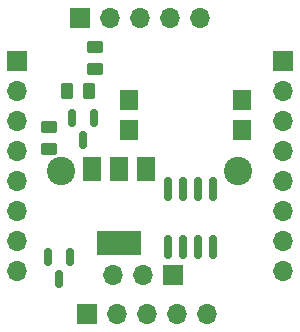
<source format=gbs>
G04 #@! TF.GenerationSoftware,KiCad,Pcbnew,(6.0.11)*
G04 #@! TF.CreationDate,2023-12-04T17:04:48+01:00*
G04 #@! TF.ProjectId,PCB_Dongle_Linky,5043425f-446f-46e6-976c-655f4c696e6b,rev?*
G04 #@! TF.SameCoordinates,Original*
G04 #@! TF.FileFunction,Soldermask,Bot*
G04 #@! TF.FilePolarity,Negative*
%FSLAX46Y46*%
G04 Gerber Fmt 4.6, Leading zero omitted, Abs format (unit mm)*
G04 Created by KiCad (PCBNEW (6.0.11)) date 2023-12-04 17:04:48*
%MOMM*%
%LPD*%
G01*
G04 APERTURE LIST*
G04 Aperture macros list*
%AMRoundRect*
0 Rectangle with rounded corners*
0 $1 Rounding radius*
0 $2 $3 $4 $5 $6 $7 $8 $9 X,Y pos of 4 corners*
0 Add a 4 corners polygon primitive as box body*
4,1,4,$2,$3,$4,$5,$6,$7,$8,$9,$2,$3,0*
0 Add four circle primitives for the rounded corners*
1,1,$1+$1,$2,$3*
1,1,$1+$1,$4,$5*
1,1,$1+$1,$6,$7*
1,1,$1+$1,$8,$9*
0 Add four rect primitives between the rounded corners*
20,1,$1+$1,$2,$3,$4,$5,0*
20,1,$1+$1,$4,$5,$6,$7,0*
20,1,$1+$1,$6,$7,$8,$9,0*
20,1,$1+$1,$8,$9,$2,$3,0*%
G04 Aperture macros list end*
%ADD10R,1.700000X1.700000*%
%ADD11O,1.700000X1.700000*%
%ADD12C,2.400000*%
%ADD13R,1.500000X1.780000*%
%ADD14RoundRect,0.150000X-0.150000X0.587500X-0.150000X-0.587500X0.150000X-0.587500X0.150000X0.587500X0*%
%ADD15RoundRect,0.250000X-0.450000X0.262500X-0.450000X-0.262500X0.450000X-0.262500X0.450000X0.262500X0*%
%ADD16R,1.500000X2.000000*%
%ADD17R,3.800000X2.000000*%
%ADD18RoundRect,0.250000X0.262500X0.450000X-0.262500X0.450000X-0.262500X-0.450000X0.262500X-0.450000X0*%
%ADD19RoundRect,0.150000X0.150000X-0.825000X0.150000X0.825000X-0.150000X0.825000X-0.150000X-0.825000X0*%
G04 APERTURE END LIST*
D10*
G04 #@! TO.C,J0*
X25275000Y-104400000D03*
D11*
X27815000Y-104400000D03*
X30355000Y-104400000D03*
X32895000Y-104400000D03*
X35435000Y-104400000D03*
G04 #@! TD*
D10*
G04 #@! TO.C,J2*
X42520000Y-108000000D03*
D11*
X42520000Y-110540000D03*
X42520000Y-113080000D03*
X42520000Y-115620000D03*
X42520000Y-118160000D03*
X42520000Y-120700000D03*
X42520000Y-123240000D03*
X42520000Y-125780000D03*
G04 #@! TD*
D10*
G04 #@! TO.C,J1*
X20000000Y-108000000D03*
D11*
X20000000Y-110540000D03*
X20000000Y-113080000D03*
X20000000Y-115620000D03*
X20000000Y-118160000D03*
X20000000Y-120700000D03*
X20000000Y-123240000D03*
X20000000Y-125780000D03*
G04 #@! TD*
D10*
G04 #@! TO.C,J4*
X25925000Y-129450000D03*
D11*
X28465000Y-129450000D03*
X31005000Y-129450000D03*
X33545000Y-129450000D03*
X36085000Y-129450000D03*
G04 #@! TD*
D12*
G04 #@! TO.C,C1*
X23700000Y-117350000D03*
X38700000Y-117350000D03*
G04 #@! TD*
D10*
G04 #@! TO.C,J3*
X33225000Y-126150000D03*
D11*
X30685000Y-126150000D03*
X28145000Y-126150000D03*
G04 #@! TD*
D13*
G04 #@! TO.C,U1*
X29500000Y-113890000D03*
X29500000Y-111350000D03*
X39030000Y-111350000D03*
X39030000Y-113890000D03*
G04 #@! TD*
D14*
G04 #@! TO.C,Q2*
X22600000Y-124612500D03*
X24500000Y-124612500D03*
X23550000Y-126487500D03*
G04 #@! TD*
D15*
G04 #@! TO.C,R1*
X26565000Y-106837500D03*
X26565000Y-108662500D03*
G04 #@! TD*
D16*
G04 #@! TO.C,U2*
X26300000Y-117150000D03*
X28600000Y-117150000D03*
D17*
X28600000Y-123450000D03*
D16*
X30900000Y-117150000D03*
G04 #@! TD*
D14*
G04 #@! TO.C,Q1*
X24600000Y-112862500D03*
X26500000Y-112862500D03*
X25550000Y-114737500D03*
G04 #@! TD*
D18*
G04 #@! TO.C,R2*
X26062500Y-110600000D03*
X24237500Y-110600000D03*
G04 #@! TD*
D15*
G04 #@! TO.C,R3*
X22700000Y-113650000D03*
X22700000Y-115475000D03*
G04 #@! TD*
D19*
G04 #@! TO.C,U3*
X36605000Y-123775000D03*
X35335000Y-123775000D03*
X34065000Y-123775000D03*
X32795000Y-123775000D03*
X32795000Y-118825000D03*
X34065000Y-118825000D03*
X35335000Y-118825000D03*
X36605000Y-118825000D03*
G04 #@! TD*
M02*

</source>
